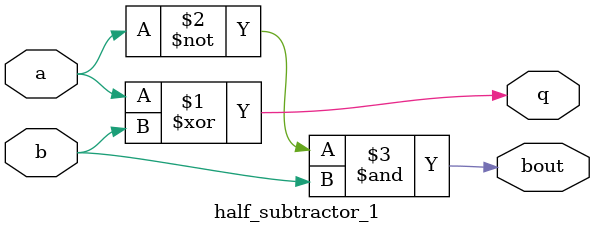
<source format=sv>
module half_subtractor_1 (
    input wire a,
    input wire b,

    output wire q,
    output wire bout
);


assign q = a ^ b;
assign bout = ~a & b;


endmodule
</source>
